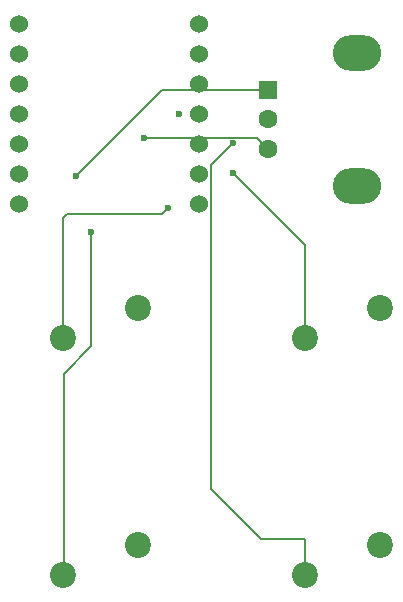
<source format=gbr>
%TF.GenerationSoftware,KiCad,Pcbnew,8.0.9*%
%TF.CreationDate,2025-02-20T23:26:22+01:00*%
%TF.ProjectId,untitled,756e7469-746c-4656-942e-6b696361645f,rev?*%
%TF.SameCoordinates,Original*%
%TF.FileFunction,Copper,L2,Bot*%
%TF.FilePolarity,Positive*%
%FSLAX46Y46*%
G04 Gerber Fmt 4.6, Leading zero omitted, Abs format (unit mm)*
G04 Created by KiCad (PCBNEW 8.0.9) date 2025-02-20 23:26:22*
%MOMM*%
%LPD*%
G01*
G04 APERTURE LIST*
G04 Aperture macros list*
%AMRoundRect*
0 Rectangle with rounded corners*
0 $1 Rounding radius*
0 $2 $3 $4 $5 $6 $7 $8 $9 X,Y pos of 4 corners*
0 Add a 4 corners polygon primitive as box body*
4,1,4,$2,$3,$4,$5,$6,$7,$8,$9,$2,$3,0*
0 Add four circle primitives for the rounded corners*
1,1,$1+$1,$2,$3*
1,1,$1+$1,$4,$5*
1,1,$1+$1,$6,$7*
1,1,$1+$1,$8,$9*
0 Add four rect primitives between the rounded corners*
20,1,$1+$1,$2,$3,$4,$5,0*
20,1,$1+$1,$4,$5,$6,$7,0*
20,1,$1+$1,$6,$7,$8,$9,0*
20,1,$1+$1,$8,$9,$2,$3,0*%
G04 Aperture macros list end*
%TA.AperFunction,ComponentPad*%
%ADD10C,2.200000*%
%TD*%
%TA.AperFunction,ComponentPad*%
%ADD11RoundRect,0.250000X-0.550000X-0.550000X0.550000X-0.550000X0.550000X0.550000X-0.550000X0.550000X0*%
%TD*%
%TA.AperFunction,ComponentPad*%
%ADD12C,1.600000*%
%TD*%
%TA.AperFunction,ComponentPad*%
%ADD13O,4.100000X3.000000*%
%TD*%
%TA.AperFunction,ComponentPad*%
%ADD14C,1.524000*%
%TD*%
%TA.AperFunction,ViaPad*%
%ADD15C,0.600000*%
%TD*%
%TA.AperFunction,Conductor*%
%ADD16C,0.200000*%
%TD*%
G04 APERTURE END LIST*
D10*
%TO.P,REF\u002A\u002A,1*%
%TO.N,N/C*%
X173000000Y-96000000D03*
%TO.P,REF\u002A\u002A,2*%
X166650000Y-98540000D03*
%TD*%
%TO.P,REF\u002A\u002A,1*%
%TO.N,N/C*%
X152500000Y-96000000D03*
%TO.P,REF\u002A\u002A,2*%
X146150000Y-98540000D03*
%TD*%
%TO.P,REF\u002A\u002A,1*%
%TO.N,N/C*%
X173000000Y-76000000D03*
%TO.P,REF\u002A\u002A,2*%
X166650000Y-78540000D03*
%TD*%
D11*
%TO.P,REF\u002A\u002A,A*%
%TO.N,N/C*%
X163500000Y-57500000D03*
D12*
%TO.P,REF\u002A\u002A,B*%
X163500000Y-62500000D03*
%TO.P,REF\u002A\u002A,C*%
X163500000Y-60000000D03*
D13*
%TO.P,REF\u002A\u002A,SH*%
X171000000Y-54400000D03*
X171000000Y-65600000D03*
%TD*%
D14*
%TO.P,REF\u002A\u002A,1*%
%TO.N,N/C*%
X142380000Y-51880000D03*
%TO.P,REF\u002A\u002A,2*%
X142380000Y-54420000D03*
%TO.P,REF\u002A\u002A,3*%
X142380000Y-56960000D03*
%TO.P,REF\u002A\u002A,4*%
X142380000Y-59500000D03*
%TO.P,REF\u002A\u002A,5*%
X142380000Y-62040000D03*
%TO.P,REF\u002A\u002A,6*%
X142380000Y-64580000D03*
%TO.P,REF\u002A\u002A,7*%
X142380000Y-67120000D03*
%TO.P,REF\u002A\u002A,8*%
X157620000Y-67120000D03*
%TO.P,REF\u002A\u002A,9*%
X157620000Y-64580000D03*
%TO.P,REF\u002A\u002A,10*%
X157620000Y-62040000D03*
%TO.P,REF\u002A\u002A,11*%
X157620000Y-59500000D03*
%TO.P,REF\u002A\u002A,12*%
X157620000Y-56960000D03*
%TO.P,REF\u002A\u002A,13*%
X157620000Y-54420000D03*
%TO.P,REF\u002A\u002A,14*%
X157620000Y-51880000D03*
%TD*%
D10*
%TO.P,REF\u002A\u002A,1*%
%TO.N,N/C*%
X152500000Y-76000000D03*
%TO.P,REF\u002A\u002A,2*%
X146150000Y-78540000D03*
%TD*%
D15*
%TO.N,*%
X153000000Y-61600000D03*
X147250000Y-64750000D03*
X148500000Y-69500000D03*
X148500000Y-69500000D03*
X156000000Y-59500000D03*
X160500000Y-62000000D03*
X160500000Y-64500000D03*
X160500000Y-64500000D03*
X155000000Y-67500000D03*
%TD*%
D16*
%TO.N,*%
X158682000Y-91318000D02*
X162864000Y-95500000D01*
X162864000Y-95500000D02*
X166650000Y-95500000D01*
X163500000Y-62500000D02*
X162600000Y-61600000D01*
X162600000Y-61600000D02*
X153000000Y-61600000D01*
X154500000Y-57500000D02*
X147250000Y-64750000D01*
X163500000Y-57500000D02*
X154500000Y-57500000D01*
X148500000Y-79216598D02*
X148500000Y-69500000D01*
X146190000Y-81526598D02*
X148500000Y-79216598D01*
X146190000Y-99460000D02*
X146190000Y-81526598D01*
X158682000Y-91318000D02*
X158682000Y-63818000D01*
X158682000Y-63818000D02*
X160500000Y-62000000D01*
X166650000Y-99390000D02*
X166650000Y-95500000D01*
X166650000Y-70650000D02*
X160500000Y-64500000D01*
X166650000Y-78540000D02*
X166650000Y-70650000D01*
X154500000Y-68000000D02*
X155000000Y-67500000D01*
X146500000Y-68000000D02*
X154500000Y-68000000D01*
X146150000Y-78540000D02*
X146150000Y-68350000D01*
X146150000Y-68350000D02*
X146500000Y-68000000D01*
%TD*%
M02*

</source>
